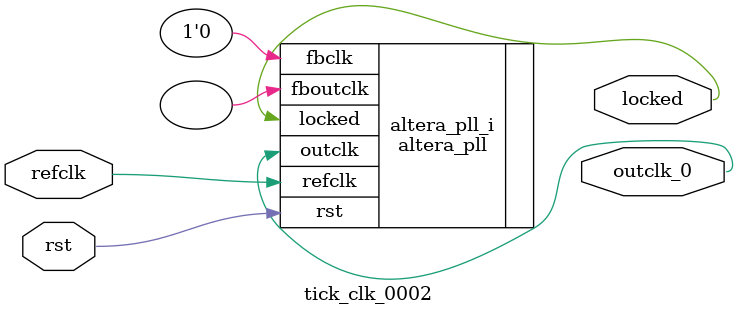
<source format=v>
`timescale 1ns/10ps
module  tick_clk_0002(

	// interface 'refclk'
	input wire refclk,

	// interface 'reset'
	input wire rst,

	// interface 'outclk0'
	output wire outclk_0,

	// interface 'locked'
	output wire locked
);

	altera_pll #(
		.fractional_vco_multiplier("false"),
		.reference_clock_frequency("50.0 MHz"),
		.operation_mode("direct"),
		.number_of_clocks(1),
		.output_clock_frequency0("537.500000 MHz"),
		.phase_shift0("0 ps"),
		.duty_cycle0(50),
		.output_clock_frequency1("0 MHz"),
		.phase_shift1("0 ps"),
		.duty_cycle1(50),
		.output_clock_frequency2("0 MHz"),
		.phase_shift2("0 ps"),
		.duty_cycle2(50),
		.output_clock_frequency3("0 MHz"),
		.phase_shift3("0 ps"),
		.duty_cycle3(50),
		.output_clock_frequency4("0 MHz"),
		.phase_shift4("0 ps"),
		.duty_cycle4(50),
		.output_clock_frequency5("0 MHz"),
		.phase_shift5("0 ps"),
		.duty_cycle5(50),
		.output_clock_frequency6("0 MHz"),
		.phase_shift6("0 ps"),
		.duty_cycle6(50),
		.output_clock_frequency7("0 MHz"),
		.phase_shift7("0 ps"),
		.duty_cycle7(50),
		.output_clock_frequency8("0 MHz"),
		.phase_shift8("0 ps"),
		.duty_cycle8(50),
		.output_clock_frequency9("0 MHz"),
		.phase_shift9("0 ps"),
		.duty_cycle9(50),
		.output_clock_frequency10("0 MHz"),
		.phase_shift10("0 ps"),
		.duty_cycle10(50),
		.output_clock_frequency11("0 MHz"),
		.phase_shift11("0 ps"),
		.duty_cycle11(50),
		.output_clock_frequency12("0 MHz"),
		.phase_shift12("0 ps"),
		.duty_cycle12(50),
		.output_clock_frequency13("0 MHz"),
		.phase_shift13("0 ps"),
		.duty_cycle13(50),
		.output_clock_frequency14("0 MHz"),
		.phase_shift14("0 ps"),
		.duty_cycle14(50),
		.output_clock_frequency15("0 MHz"),
		.phase_shift15("0 ps"),
		.duty_cycle15(50),
		.output_clock_frequency16("0 MHz"),
		.phase_shift16("0 ps"),
		.duty_cycle16(50),
		.output_clock_frequency17("0 MHz"),
		.phase_shift17("0 ps"),
		.duty_cycle17(50),
		.pll_type("General"),
		.pll_subtype("General")
	) altera_pll_i (
		.rst	(rst),
		.outclk	({outclk_0}),
		.locked	(locked),
		.fboutclk	( ),
		.fbclk	(1'b0),
		.refclk	(refclk)
	);
endmodule


</source>
